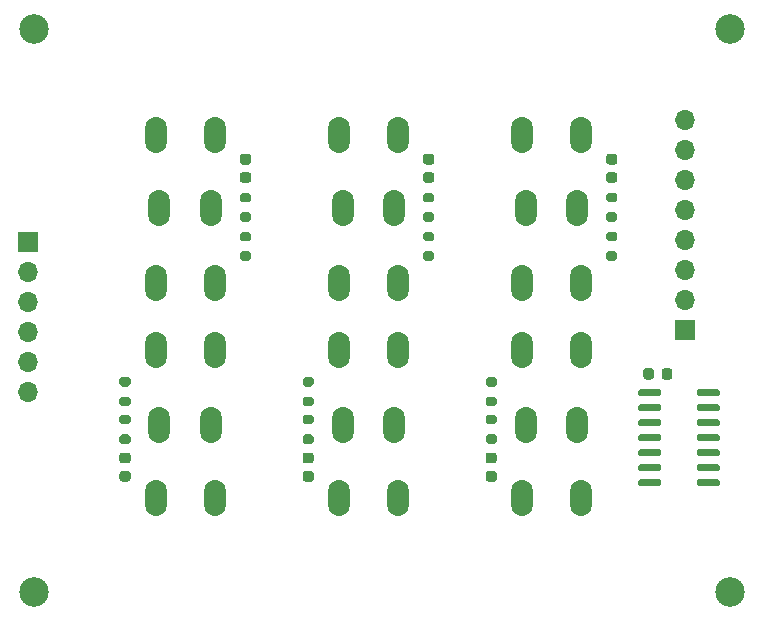
<source format=gbr>
G04 #@! TF.GenerationSoftware,KiCad,Pcbnew,5.1.8-5.1.8*
G04 #@! TF.CreationDate,2021-09-21T08:59:52+02:00*
G04 #@! TF.ProjectId,buttonbar,62757474-6f6e-4626-9172-2e6b69636164,rev?*
G04 #@! TF.SameCoordinates,Original*
G04 #@! TF.FileFunction,Soldermask,Bot*
G04 #@! TF.FilePolarity,Negative*
%FSLAX46Y46*%
G04 Gerber Fmt 4.6, Leading zero omitted, Abs format (unit mm)*
G04 Created by KiCad (PCBNEW 5.1.8-5.1.8) date 2021-09-21 08:59:52*
%MOMM*%
%LPD*%
G01*
G04 APERTURE LIST*
%ADD10O,1.850000X3.048000*%
%ADD11C,2.500000*%
%ADD12O,1.700000X1.700000*%
%ADD13R,1.700000X1.700000*%
G04 APERTURE END LIST*
D10*
X143785000Y-64450000D03*
X139415000Y-64450000D03*
X144100000Y-70800000D03*
X139100000Y-70800000D03*
X144100000Y-58300000D03*
X139100000Y-58300000D03*
X123915000Y-82850000D03*
X128285000Y-82850000D03*
X123600000Y-76500000D03*
X128600000Y-76500000D03*
X123600000Y-89000000D03*
X128600000Y-89000000D03*
X159285000Y-64450000D03*
X154915000Y-64450000D03*
X159600000Y-70800000D03*
X154600000Y-70800000D03*
X159600000Y-58300000D03*
X154600000Y-58300000D03*
X128285000Y-64450000D03*
X123915000Y-64450000D03*
X128600000Y-70800000D03*
X123600000Y-70800000D03*
X128600000Y-58300000D03*
X123600000Y-58300000D03*
X139415000Y-82850000D03*
X143785000Y-82850000D03*
X139100000Y-76500000D03*
X144100000Y-76500000D03*
X139100000Y-89000000D03*
X144100000Y-89000000D03*
X154915000Y-82850000D03*
X159285000Y-82850000D03*
X154600000Y-76500000D03*
X159600000Y-76500000D03*
X154600000Y-89000000D03*
X159600000Y-89000000D03*
D11*
X172200000Y-97000000D03*
X172200000Y-49300000D03*
X113300000Y-97000000D03*
X113300000Y-49300000D03*
G36*
G01*
X166425000Y-78750000D02*
X166425000Y-78250000D01*
G75*
G02*
X166650000Y-78025000I225000J0D01*
G01*
X167100000Y-78025000D01*
G75*
G02*
X167325000Y-78250000I0J-225000D01*
G01*
X167325000Y-78750000D01*
G75*
G02*
X167100000Y-78975000I-225000J0D01*
G01*
X166650000Y-78975000D01*
G75*
G02*
X166425000Y-78750000I0J225000D01*
G01*
G37*
G36*
G01*
X164875000Y-78750000D02*
X164875000Y-78250000D01*
G75*
G02*
X165100000Y-78025000I225000J0D01*
G01*
X165550000Y-78025000D01*
G75*
G02*
X165775000Y-78250000I0J-225000D01*
G01*
X165775000Y-78750000D01*
G75*
G02*
X165550000Y-78975000I-225000J0D01*
G01*
X165100000Y-78975000D01*
G75*
G02*
X164875000Y-78750000I0J225000D01*
G01*
G37*
G36*
G01*
X151750000Y-86725000D02*
X152250000Y-86725000D01*
G75*
G02*
X152475000Y-86950000I0J-225000D01*
G01*
X152475000Y-87400000D01*
G75*
G02*
X152250000Y-87625000I-225000J0D01*
G01*
X151750000Y-87625000D01*
G75*
G02*
X151525000Y-87400000I0J225000D01*
G01*
X151525000Y-86950000D01*
G75*
G02*
X151750000Y-86725000I225000J0D01*
G01*
G37*
G36*
G01*
X151750000Y-85175000D02*
X152250000Y-85175000D01*
G75*
G02*
X152475000Y-85400000I0J-225000D01*
G01*
X152475000Y-85850000D01*
G75*
G02*
X152250000Y-86075000I-225000J0D01*
G01*
X151750000Y-86075000D01*
G75*
G02*
X151525000Y-85850000I0J225000D01*
G01*
X151525000Y-85400000D01*
G75*
G02*
X151750000Y-85175000I225000J0D01*
G01*
G37*
G36*
G01*
X136250000Y-86725000D02*
X136750000Y-86725000D01*
G75*
G02*
X136975000Y-86950000I0J-225000D01*
G01*
X136975000Y-87400000D01*
G75*
G02*
X136750000Y-87625000I-225000J0D01*
G01*
X136250000Y-87625000D01*
G75*
G02*
X136025000Y-87400000I0J225000D01*
G01*
X136025000Y-86950000D01*
G75*
G02*
X136250000Y-86725000I225000J0D01*
G01*
G37*
G36*
G01*
X136250000Y-85175000D02*
X136750000Y-85175000D01*
G75*
G02*
X136975000Y-85400000I0J-225000D01*
G01*
X136975000Y-85850000D01*
G75*
G02*
X136750000Y-86075000I-225000J0D01*
G01*
X136250000Y-86075000D01*
G75*
G02*
X136025000Y-85850000I0J225000D01*
G01*
X136025000Y-85400000D01*
G75*
G02*
X136250000Y-85175000I225000J0D01*
G01*
G37*
G36*
G01*
X120750000Y-86725000D02*
X121250000Y-86725000D01*
G75*
G02*
X121475000Y-86950000I0J-225000D01*
G01*
X121475000Y-87400000D01*
G75*
G02*
X121250000Y-87625000I-225000J0D01*
G01*
X120750000Y-87625000D01*
G75*
G02*
X120525000Y-87400000I0J225000D01*
G01*
X120525000Y-86950000D01*
G75*
G02*
X120750000Y-86725000I225000J0D01*
G01*
G37*
G36*
G01*
X120750000Y-85175000D02*
X121250000Y-85175000D01*
G75*
G02*
X121475000Y-85400000I0J-225000D01*
G01*
X121475000Y-85850000D01*
G75*
G02*
X121250000Y-86075000I-225000J0D01*
G01*
X120750000Y-86075000D01*
G75*
G02*
X120525000Y-85850000I0J225000D01*
G01*
X120525000Y-85400000D01*
G75*
G02*
X120750000Y-85175000I225000J0D01*
G01*
G37*
G36*
G01*
X162450000Y-60775000D02*
X161950000Y-60775000D01*
G75*
G02*
X161725000Y-60550000I0J225000D01*
G01*
X161725000Y-60100000D01*
G75*
G02*
X161950000Y-59875000I225000J0D01*
G01*
X162450000Y-59875000D01*
G75*
G02*
X162675000Y-60100000I0J-225000D01*
G01*
X162675000Y-60550000D01*
G75*
G02*
X162450000Y-60775000I-225000J0D01*
G01*
G37*
G36*
G01*
X162450000Y-62325000D02*
X161950000Y-62325000D01*
G75*
G02*
X161725000Y-62100000I0J225000D01*
G01*
X161725000Y-61650000D01*
G75*
G02*
X161950000Y-61425000I225000J0D01*
G01*
X162450000Y-61425000D01*
G75*
G02*
X162675000Y-61650000I0J-225000D01*
G01*
X162675000Y-62100000D01*
G75*
G02*
X162450000Y-62325000I-225000J0D01*
G01*
G37*
G36*
G01*
X146950000Y-60775000D02*
X146450000Y-60775000D01*
G75*
G02*
X146225000Y-60550000I0J225000D01*
G01*
X146225000Y-60100000D01*
G75*
G02*
X146450000Y-59875000I225000J0D01*
G01*
X146950000Y-59875000D01*
G75*
G02*
X147175000Y-60100000I0J-225000D01*
G01*
X147175000Y-60550000D01*
G75*
G02*
X146950000Y-60775000I-225000J0D01*
G01*
G37*
G36*
G01*
X146950000Y-62325000D02*
X146450000Y-62325000D01*
G75*
G02*
X146225000Y-62100000I0J225000D01*
G01*
X146225000Y-61650000D01*
G75*
G02*
X146450000Y-61425000I225000J0D01*
G01*
X146950000Y-61425000D01*
G75*
G02*
X147175000Y-61650000I0J-225000D01*
G01*
X147175000Y-62100000D01*
G75*
G02*
X146950000Y-62325000I-225000J0D01*
G01*
G37*
G36*
G01*
X131450000Y-60775000D02*
X130950000Y-60775000D01*
G75*
G02*
X130725000Y-60550000I0J225000D01*
G01*
X130725000Y-60100000D01*
G75*
G02*
X130950000Y-59875000I225000J0D01*
G01*
X131450000Y-59875000D01*
G75*
G02*
X131675000Y-60100000I0J-225000D01*
G01*
X131675000Y-60550000D01*
G75*
G02*
X131450000Y-60775000I-225000J0D01*
G01*
G37*
G36*
G01*
X131450000Y-62325000D02*
X130950000Y-62325000D01*
G75*
G02*
X130725000Y-62100000I0J225000D01*
G01*
X130725000Y-61650000D01*
G75*
G02*
X130950000Y-61425000I225000J0D01*
G01*
X131450000Y-61425000D01*
G75*
G02*
X131675000Y-61650000I0J-225000D01*
G01*
X131675000Y-62100000D01*
G75*
G02*
X131450000Y-62325000I-225000J0D01*
G01*
G37*
G36*
G01*
X166400000Y-79940000D02*
X166400000Y-80240000D01*
G75*
G02*
X166250000Y-80390000I-150000J0D01*
G01*
X164600000Y-80390000D01*
G75*
G02*
X164450000Y-80240000I0J150000D01*
G01*
X164450000Y-79940000D01*
G75*
G02*
X164600000Y-79790000I150000J0D01*
G01*
X166250000Y-79790000D01*
G75*
G02*
X166400000Y-79940000I0J-150000D01*
G01*
G37*
G36*
G01*
X166400000Y-81210000D02*
X166400000Y-81510000D01*
G75*
G02*
X166250000Y-81660000I-150000J0D01*
G01*
X164600000Y-81660000D01*
G75*
G02*
X164450000Y-81510000I0J150000D01*
G01*
X164450000Y-81210000D01*
G75*
G02*
X164600000Y-81060000I150000J0D01*
G01*
X166250000Y-81060000D01*
G75*
G02*
X166400000Y-81210000I0J-150000D01*
G01*
G37*
G36*
G01*
X166400000Y-82480000D02*
X166400000Y-82780000D01*
G75*
G02*
X166250000Y-82930000I-150000J0D01*
G01*
X164600000Y-82930000D01*
G75*
G02*
X164450000Y-82780000I0J150000D01*
G01*
X164450000Y-82480000D01*
G75*
G02*
X164600000Y-82330000I150000J0D01*
G01*
X166250000Y-82330000D01*
G75*
G02*
X166400000Y-82480000I0J-150000D01*
G01*
G37*
G36*
G01*
X166400000Y-83750000D02*
X166400000Y-84050000D01*
G75*
G02*
X166250000Y-84200000I-150000J0D01*
G01*
X164600000Y-84200000D01*
G75*
G02*
X164450000Y-84050000I0J150000D01*
G01*
X164450000Y-83750000D01*
G75*
G02*
X164600000Y-83600000I150000J0D01*
G01*
X166250000Y-83600000D01*
G75*
G02*
X166400000Y-83750000I0J-150000D01*
G01*
G37*
G36*
G01*
X166400000Y-85020000D02*
X166400000Y-85320000D01*
G75*
G02*
X166250000Y-85470000I-150000J0D01*
G01*
X164600000Y-85470000D01*
G75*
G02*
X164450000Y-85320000I0J150000D01*
G01*
X164450000Y-85020000D01*
G75*
G02*
X164600000Y-84870000I150000J0D01*
G01*
X166250000Y-84870000D01*
G75*
G02*
X166400000Y-85020000I0J-150000D01*
G01*
G37*
G36*
G01*
X166400000Y-86290000D02*
X166400000Y-86590000D01*
G75*
G02*
X166250000Y-86740000I-150000J0D01*
G01*
X164600000Y-86740000D01*
G75*
G02*
X164450000Y-86590000I0J150000D01*
G01*
X164450000Y-86290000D01*
G75*
G02*
X164600000Y-86140000I150000J0D01*
G01*
X166250000Y-86140000D01*
G75*
G02*
X166400000Y-86290000I0J-150000D01*
G01*
G37*
G36*
G01*
X166400000Y-87560000D02*
X166400000Y-87860000D01*
G75*
G02*
X166250000Y-88010000I-150000J0D01*
G01*
X164600000Y-88010000D01*
G75*
G02*
X164450000Y-87860000I0J150000D01*
G01*
X164450000Y-87560000D01*
G75*
G02*
X164600000Y-87410000I150000J0D01*
G01*
X166250000Y-87410000D01*
G75*
G02*
X166400000Y-87560000I0J-150000D01*
G01*
G37*
G36*
G01*
X171350000Y-87560000D02*
X171350000Y-87860000D01*
G75*
G02*
X171200000Y-88010000I-150000J0D01*
G01*
X169550000Y-88010000D01*
G75*
G02*
X169400000Y-87860000I0J150000D01*
G01*
X169400000Y-87560000D01*
G75*
G02*
X169550000Y-87410000I150000J0D01*
G01*
X171200000Y-87410000D01*
G75*
G02*
X171350000Y-87560000I0J-150000D01*
G01*
G37*
G36*
G01*
X171350000Y-86290000D02*
X171350000Y-86590000D01*
G75*
G02*
X171200000Y-86740000I-150000J0D01*
G01*
X169550000Y-86740000D01*
G75*
G02*
X169400000Y-86590000I0J150000D01*
G01*
X169400000Y-86290000D01*
G75*
G02*
X169550000Y-86140000I150000J0D01*
G01*
X171200000Y-86140000D01*
G75*
G02*
X171350000Y-86290000I0J-150000D01*
G01*
G37*
G36*
G01*
X171350000Y-85020000D02*
X171350000Y-85320000D01*
G75*
G02*
X171200000Y-85470000I-150000J0D01*
G01*
X169550000Y-85470000D01*
G75*
G02*
X169400000Y-85320000I0J150000D01*
G01*
X169400000Y-85020000D01*
G75*
G02*
X169550000Y-84870000I150000J0D01*
G01*
X171200000Y-84870000D01*
G75*
G02*
X171350000Y-85020000I0J-150000D01*
G01*
G37*
G36*
G01*
X171350000Y-83750000D02*
X171350000Y-84050000D01*
G75*
G02*
X171200000Y-84200000I-150000J0D01*
G01*
X169550000Y-84200000D01*
G75*
G02*
X169400000Y-84050000I0J150000D01*
G01*
X169400000Y-83750000D01*
G75*
G02*
X169550000Y-83600000I150000J0D01*
G01*
X171200000Y-83600000D01*
G75*
G02*
X171350000Y-83750000I0J-150000D01*
G01*
G37*
G36*
G01*
X171350000Y-82480000D02*
X171350000Y-82780000D01*
G75*
G02*
X171200000Y-82930000I-150000J0D01*
G01*
X169550000Y-82930000D01*
G75*
G02*
X169400000Y-82780000I0J150000D01*
G01*
X169400000Y-82480000D01*
G75*
G02*
X169550000Y-82330000I150000J0D01*
G01*
X171200000Y-82330000D01*
G75*
G02*
X171350000Y-82480000I0J-150000D01*
G01*
G37*
G36*
G01*
X171350000Y-81210000D02*
X171350000Y-81510000D01*
G75*
G02*
X171200000Y-81660000I-150000J0D01*
G01*
X169550000Y-81660000D01*
G75*
G02*
X169400000Y-81510000I0J150000D01*
G01*
X169400000Y-81210000D01*
G75*
G02*
X169550000Y-81060000I150000J0D01*
G01*
X171200000Y-81060000D01*
G75*
G02*
X171350000Y-81210000I0J-150000D01*
G01*
G37*
G36*
G01*
X171350000Y-79940000D02*
X171350000Y-80240000D01*
G75*
G02*
X171200000Y-80390000I-150000J0D01*
G01*
X169550000Y-80390000D01*
G75*
G02*
X169400000Y-80240000I0J150000D01*
G01*
X169400000Y-79940000D01*
G75*
G02*
X169550000Y-79790000I150000J0D01*
G01*
X171200000Y-79790000D01*
G75*
G02*
X171350000Y-79940000I0J-150000D01*
G01*
G37*
G36*
G01*
X152275000Y-82775000D02*
X151725000Y-82775000D01*
G75*
G02*
X151525000Y-82575000I0J200000D01*
G01*
X151525000Y-82175000D01*
G75*
G02*
X151725000Y-81975000I200000J0D01*
G01*
X152275000Y-81975000D01*
G75*
G02*
X152475000Y-82175000I0J-200000D01*
G01*
X152475000Y-82575000D01*
G75*
G02*
X152275000Y-82775000I-200000J0D01*
G01*
G37*
G36*
G01*
X152275000Y-84425000D02*
X151725000Y-84425000D01*
G75*
G02*
X151525000Y-84225000I0J200000D01*
G01*
X151525000Y-83825000D01*
G75*
G02*
X151725000Y-83625000I200000J0D01*
G01*
X152275000Y-83625000D01*
G75*
G02*
X152475000Y-83825000I0J-200000D01*
G01*
X152475000Y-84225000D01*
G75*
G02*
X152275000Y-84425000I-200000J0D01*
G01*
G37*
G36*
G01*
X151725000Y-80425000D02*
X152275000Y-80425000D01*
G75*
G02*
X152475000Y-80625000I0J-200000D01*
G01*
X152475000Y-81025000D01*
G75*
G02*
X152275000Y-81225000I-200000J0D01*
G01*
X151725000Y-81225000D01*
G75*
G02*
X151525000Y-81025000I0J200000D01*
G01*
X151525000Y-80625000D01*
G75*
G02*
X151725000Y-80425000I200000J0D01*
G01*
G37*
G36*
G01*
X151725000Y-78775000D02*
X152275000Y-78775000D01*
G75*
G02*
X152475000Y-78975000I0J-200000D01*
G01*
X152475000Y-79375000D01*
G75*
G02*
X152275000Y-79575000I-200000J0D01*
G01*
X151725000Y-79575000D01*
G75*
G02*
X151525000Y-79375000I0J200000D01*
G01*
X151525000Y-78975000D01*
G75*
G02*
X151725000Y-78775000I200000J0D01*
G01*
G37*
G36*
G01*
X136775000Y-82775000D02*
X136225000Y-82775000D01*
G75*
G02*
X136025000Y-82575000I0J200000D01*
G01*
X136025000Y-82175000D01*
G75*
G02*
X136225000Y-81975000I200000J0D01*
G01*
X136775000Y-81975000D01*
G75*
G02*
X136975000Y-82175000I0J-200000D01*
G01*
X136975000Y-82575000D01*
G75*
G02*
X136775000Y-82775000I-200000J0D01*
G01*
G37*
G36*
G01*
X136775000Y-84425000D02*
X136225000Y-84425000D01*
G75*
G02*
X136025000Y-84225000I0J200000D01*
G01*
X136025000Y-83825000D01*
G75*
G02*
X136225000Y-83625000I200000J0D01*
G01*
X136775000Y-83625000D01*
G75*
G02*
X136975000Y-83825000I0J-200000D01*
G01*
X136975000Y-84225000D01*
G75*
G02*
X136775000Y-84425000I-200000J0D01*
G01*
G37*
G36*
G01*
X136225000Y-80425000D02*
X136775000Y-80425000D01*
G75*
G02*
X136975000Y-80625000I0J-200000D01*
G01*
X136975000Y-81025000D01*
G75*
G02*
X136775000Y-81225000I-200000J0D01*
G01*
X136225000Y-81225000D01*
G75*
G02*
X136025000Y-81025000I0J200000D01*
G01*
X136025000Y-80625000D01*
G75*
G02*
X136225000Y-80425000I200000J0D01*
G01*
G37*
G36*
G01*
X136225000Y-78775000D02*
X136775000Y-78775000D01*
G75*
G02*
X136975000Y-78975000I0J-200000D01*
G01*
X136975000Y-79375000D01*
G75*
G02*
X136775000Y-79575000I-200000J0D01*
G01*
X136225000Y-79575000D01*
G75*
G02*
X136025000Y-79375000I0J200000D01*
G01*
X136025000Y-78975000D01*
G75*
G02*
X136225000Y-78775000I200000J0D01*
G01*
G37*
G36*
G01*
X121275000Y-82775000D02*
X120725000Y-82775000D01*
G75*
G02*
X120525000Y-82575000I0J200000D01*
G01*
X120525000Y-82175000D01*
G75*
G02*
X120725000Y-81975000I200000J0D01*
G01*
X121275000Y-81975000D01*
G75*
G02*
X121475000Y-82175000I0J-200000D01*
G01*
X121475000Y-82575000D01*
G75*
G02*
X121275000Y-82775000I-200000J0D01*
G01*
G37*
G36*
G01*
X121275000Y-84425000D02*
X120725000Y-84425000D01*
G75*
G02*
X120525000Y-84225000I0J200000D01*
G01*
X120525000Y-83825000D01*
G75*
G02*
X120725000Y-83625000I200000J0D01*
G01*
X121275000Y-83625000D01*
G75*
G02*
X121475000Y-83825000I0J-200000D01*
G01*
X121475000Y-84225000D01*
G75*
G02*
X121275000Y-84425000I-200000J0D01*
G01*
G37*
G36*
G01*
X120725000Y-80425000D02*
X121275000Y-80425000D01*
G75*
G02*
X121475000Y-80625000I0J-200000D01*
G01*
X121475000Y-81025000D01*
G75*
G02*
X121275000Y-81225000I-200000J0D01*
G01*
X120725000Y-81225000D01*
G75*
G02*
X120525000Y-81025000I0J200000D01*
G01*
X120525000Y-80625000D01*
G75*
G02*
X120725000Y-80425000I200000J0D01*
G01*
G37*
G36*
G01*
X120725000Y-78775000D02*
X121275000Y-78775000D01*
G75*
G02*
X121475000Y-78975000I0J-200000D01*
G01*
X121475000Y-79375000D01*
G75*
G02*
X121275000Y-79575000I-200000J0D01*
G01*
X120725000Y-79575000D01*
G75*
G02*
X120525000Y-79375000I0J200000D01*
G01*
X120525000Y-78975000D01*
G75*
G02*
X120725000Y-78775000I200000J0D01*
G01*
G37*
G36*
G01*
X161925000Y-64825000D02*
X162475000Y-64825000D01*
G75*
G02*
X162675000Y-65025000I0J-200000D01*
G01*
X162675000Y-65425000D01*
G75*
G02*
X162475000Y-65625000I-200000J0D01*
G01*
X161925000Y-65625000D01*
G75*
G02*
X161725000Y-65425000I0J200000D01*
G01*
X161725000Y-65025000D01*
G75*
G02*
X161925000Y-64825000I200000J0D01*
G01*
G37*
G36*
G01*
X161925000Y-63175000D02*
X162475000Y-63175000D01*
G75*
G02*
X162675000Y-63375000I0J-200000D01*
G01*
X162675000Y-63775000D01*
G75*
G02*
X162475000Y-63975000I-200000J0D01*
G01*
X161925000Y-63975000D01*
G75*
G02*
X161725000Y-63775000I0J200000D01*
G01*
X161725000Y-63375000D01*
G75*
G02*
X161925000Y-63175000I200000J0D01*
G01*
G37*
G36*
G01*
X162475000Y-67275000D02*
X161925000Y-67275000D01*
G75*
G02*
X161725000Y-67075000I0J200000D01*
G01*
X161725000Y-66675000D01*
G75*
G02*
X161925000Y-66475000I200000J0D01*
G01*
X162475000Y-66475000D01*
G75*
G02*
X162675000Y-66675000I0J-200000D01*
G01*
X162675000Y-67075000D01*
G75*
G02*
X162475000Y-67275000I-200000J0D01*
G01*
G37*
G36*
G01*
X162475000Y-68925000D02*
X161925000Y-68925000D01*
G75*
G02*
X161725000Y-68725000I0J200000D01*
G01*
X161725000Y-68325000D01*
G75*
G02*
X161925000Y-68125000I200000J0D01*
G01*
X162475000Y-68125000D01*
G75*
G02*
X162675000Y-68325000I0J-200000D01*
G01*
X162675000Y-68725000D01*
G75*
G02*
X162475000Y-68925000I-200000J0D01*
G01*
G37*
G36*
G01*
X146425000Y-64825000D02*
X146975000Y-64825000D01*
G75*
G02*
X147175000Y-65025000I0J-200000D01*
G01*
X147175000Y-65425000D01*
G75*
G02*
X146975000Y-65625000I-200000J0D01*
G01*
X146425000Y-65625000D01*
G75*
G02*
X146225000Y-65425000I0J200000D01*
G01*
X146225000Y-65025000D01*
G75*
G02*
X146425000Y-64825000I200000J0D01*
G01*
G37*
G36*
G01*
X146425000Y-63175000D02*
X146975000Y-63175000D01*
G75*
G02*
X147175000Y-63375000I0J-200000D01*
G01*
X147175000Y-63775000D01*
G75*
G02*
X146975000Y-63975000I-200000J0D01*
G01*
X146425000Y-63975000D01*
G75*
G02*
X146225000Y-63775000I0J200000D01*
G01*
X146225000Y-63375000D01*
G75*
G02*
X146425000Y-63175000I200000J0D01*
G01*
G37*
G36*
G01*
X146975000Y-67275000D02*
X146425000Y-67275000D01*
G75*
G02*
X146225000Y-67075000I0J200000D01*
G01*
X146225000Y-66675000D01*
G75*
G02*
X146425000Y-66475000I200000J0D01*
G01*
X146975000Y-66475000D01*
G75*
G02*
X147175000Y-66675000I0J-200000D01*
G01*
X147175000Y-67075000D01*
G75*
G02*
X146975000Y-67275000I-200000J0D01*
G01*
G37*
G36*
G01*
X146975000Y-68925000D02*
X146425000Y-68925000D01*
G75*
G02*
X146225000Y-68725000I0J200000D01*
G01*
X146225000Y-68325000D01*
G75*
G02*
X146425000Y-68125000I200000J0D01*
G01*
X146975000Y-68125000D01*
G75*
G02*
X147175000Y-68325000I0J-200000D01*
G01*
X147175000Y-68725000D01*
G75*
G02*
X146975000Y-68925000I-200000J0D01*
G01*
G37*
G36*
G01*
X130925000Y-64825000D02*
X131475000Y-64825000D01*
G75*
G02*
X131675000Y-65025000I0J-200000D01*
G01*
X131675000Y-65425000D01*
G75*
G02*
X131475000Y-65625000I-200000J0D01*
G01*
X130925000Y-65625000D01*
G75*
G02*
X130725000Y-65425000I0J200000D01*
G01*
X130725000Y-65025000D01*
G75*
G02*
X130925000Y-64825000I200000J0D01*
G01*
G37*
G36*
G01*
X130925000Y-63175000D02*
X131475000Y-63175000D01*
G75*
G02*
X131675000Y-63375000I0J-200000D01*
G01*
X131675000Y-63775000D01*
G75*
G02*
X131475000Y-63975000I-200000J0D01*
G01*
X130925000Y-63975000D01*
G75*
G02*
X130725000Y-63775000I0J200000D01*
G01*
X130725000Y-63375000D01*
G75*
G02*
X130925000Y-63175000I200000J0D01*
G01*
G37*
G36*
G01*
X131475000Y-67275000D02*
X130925000Y-67275000D01*
G75*
G02*
X130725000Y-67075000I0J200000D01*
G01*
X130725000Y-66675000D01*
G75*
G02*
X130925000Y-66475000I200000J0D01*
G01*
X131475000Y-66475000D01*
G75*
G02*
X131675000Y-66675000I0J-200000D01*
G01*
X131675000Y-67075000D01*
G75*
G02*
X131475000Y-67275000I-200000J0D01*
G01*
G37*
G36*
G01*
X131475000Y-68925000D02*
X130925000Y-68925000D01*
G75*
G02*
X130725000Y-68725000I0J200000D01*
G01*
X130725000Y-68325000D01*
G75*
G02*
X130925000Y-68125000I200000J0D01*
G01*
X131475000Y-68125000D01*
G75*
G02*
X131675000Y-68325000I0J-200000D01*
G01*
X131675000Y-68725000D01*
G75*
G02*
X131475000Y-68925000I-200000J0D01*
G01*
G37*
D12*
X112800000Y-80000000D03*
X112800000Y-77460000D03*
X112800000Y-74920000D03*
X112800000Y-72380000D03*
X112800000Y-69840000D03*
D13*
X112800000Y-67300000D03*
D12*
X168400000Y-57020000D03*
X168400000Y-59560000D03*
X168400000Y-62100000D03*
X168400000Y-64640000D03*
X168400000Y-67180000D03*
X168400000Y-69720000D03*
X168400000Y-72260000D03*
D13*
X168400000Y-74800000D03*
M02*

</source>
